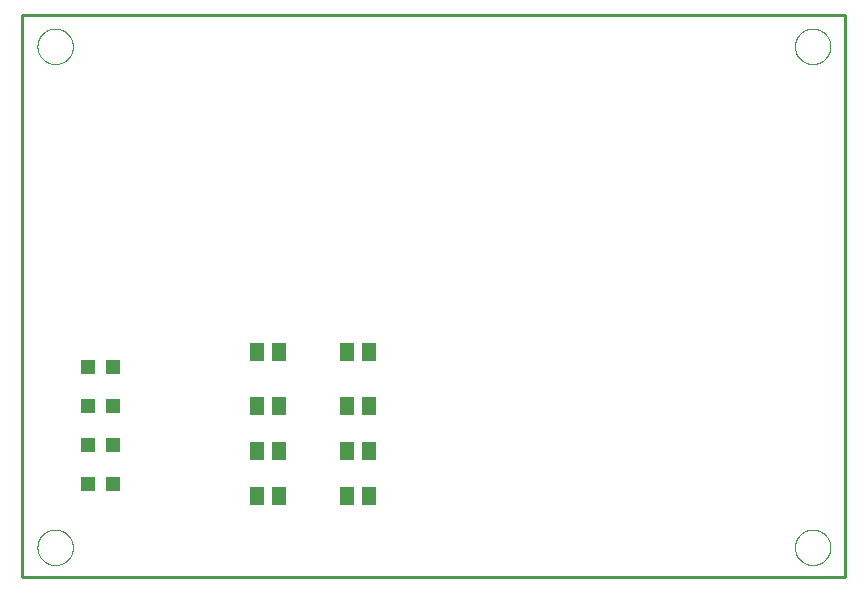
<source format=gtp>
G75*
%MOIN*%
%OFA0B0*%
%FSLAX25Y25*%
%IPPOS*%
%LPD*%
%AMOC8*
5,1,8,0,0,1.08239X$1,22.5*
%
%ADD10C,0.01000*%
%ADD11C,0.00000*%
%ADD12R,0.05118X0.05906*%
%ADD13R,0.04724X0.04724*%
D10*
X0039800Y0028800D02*
X0039800Y0216261D01*
X0314001Y0216261D01*
X0314001Y0028800D01*
X0039800Y0028800D01*
D11*
X0044894Y0038800D02*
X0044896Y0038953D01*
X0044902Y0039107D01*
X0044912Y0039260D01*
X0044926Y0039412D01*
X0044944Y0039565D01*
X0044966Y0039716D01*
X0044991Y0039867D01*
X0045021Y0040018D01*
X0045055Y0040168D01*
X0045092Y0040316D01*
X0045133Y0040464D01*
X0045178Y0040610D01*
X0045227Y0040756D01*
X0045280Y0040900D01*
X0045336Y0041042D01*
X0045396Y0041183D01*
X0045460Y0041323D01*
X0045527Y0041461D01*
X0045598Y0041597D01*
X0045673Y0041731D01*
X0045750Y0041863D01*
X0045832Y0041993D01*
X0045916Y0042121D01*
X0046004Y0042247D01*
X0046095Y0042370D01*
X0046189Y0042491D01*
X0046287Y0042609D01*
X0046387Y0042725D01*
X0046491Y0042838D01*
X0046597Y0042949D01*
X0046706Y0043057D01*
X0046818Y0043162D01*
X0046932Y0043263D01*
X0047050Y0043362D01*
X0047169Y0043458D01*
X0047291Y0043551D01*
X0047416Y0043640D01*
X0047543Y0043727D01*
X0047672Y0043809D01*
X0047803Y0043889D01*
X0047936Y0043965D01*
X0048071Y0044038D01*
X0048208Y0044107D01*
X0048347Y0044172D01*
X0048487Y0044234D01*
X0048629Y0044292D01*
X0048772Y0044347D01*
X0048917Y0044398D01*
X0049063Y0044445D01*
X0049210Y0044488D01*
X0049358Y0044527D01*
X0049507Y0044563D01*
X0049657Y0044594D01*
X0049808Y0044622D01*
X0049959Y0044646D01*
X0050112Y0044666D01*
X0050264Y0044682D01*
X0050417Y0044694D01*
X0050570Y0044702D01*
X0050723Y0044706D01*
X0050877Y0044706D01*
X0051030Y0044702D01*
X0051183Y0044694D01*
X0051336Y0044682D01*
X0051488Y0044666D01*
X0051641Y0044646D01*
X0051792Y0044622D01*
X0051943Y0044594D01*
X0052093Y0044563D01*
X0052242Y0044527D01*
X0052390Y0044488D01*
X0052537Y0044445D01*
X0052683Y0044398D01*
X0052828Y0044347D01*
X0052971Y0044292D01*
X0053113Y0044234D01*
X0053253Y0044172D01*
X0053392Y0044107D01*
X0053529Y0044038D01*
X0053664Y0043965D01*
X0053797Y0043889D01*
X0053928Y0043809D01*
X0054057Y0043727D01*
X0054184Y0043640D01*
X0054309Y0043551D01*
X0054431Y0043458D01*
X0054550Y0043362D01*
X0054668Y0043263D01*
X0054782Y0043162D01*
X0054894Y0043057D01*
X0055003Y0042949D01*
X0055109Y0042838D01*
X0055213Y0042725D01*
X0055313Y0042609D01*
X0055411Y0042491D01*
X0055505Y0042370D01*
X0055596Y0042247D01*
X0055684Y0042121D01*
X0055768Y0041993D01*
X0055850Y0041863D01*
X0055927Y0041731D01*
X0056002Y0041597D01*
X0056073Y0041461D01*
X0056140Y0041323D01*
X0056204Y0041183D01*
X0056264Y0041042D01*
X0056320Y0040900D01*
X0056373Y0040756D01*
X0056422Y0040610D01*
X0056467Y0040464D01*
X0056508Y0040316D01*
X0056545Y0040168D01*
X0056579Y0040018D01*
X0056609Y0039867D01*
X0056634Y0039716D01*
X0056656Y0039565D01*
X0056674Y0039412D01*
X0056688Y0039260D01*
X0056698Y0039107D01*
X0056704Y0038953D01*
X0056706Y0038800D01*
X0056704Y0038647D01*
X0056698Y0038493D01*
X0056688Y0038340D01*
X0056674Y0038188D01*
X0056656Y0038035D01*
X0056634Y0037884D01*
X0056609Y0037733D01*
X0056579Y0037582D01*
X0056545Y0037432D01*
X0056508Y0037284D01*
X0056467Y0037136D01*
X0056422Y0036990D01*
X0056373Y0036844D01*
X0056320Y0036700D01*
X0056264Y0036558D01*
X0056204Y0036417D01*
X0056140Y0036277D01*
X0056073Y0036139D01*
X0056002Y0036003D01*
X0055927Y0035869D01*
X0055850Y0035737D01*
X0055768Y0035607D01*
X0055684Y0035479D01*
X0055596Y0035353D01*
X0055505Y0035230D01*
X0055411Y0035109D01*
X0055313Y0034991D01*
X0055213Y0034875D01*
X0055109Y0034762D01*
X0055003Y0034651D01*
X0054894Y0034543D01*
X0054782Y0034438D01*
X0054668Y0034337D01*
X0054550Y0034238D01*
X0054431Y0034142D01*
X0054309Y0034049D01*
X0054184Y0033960D01*
X0054057Y0033873D01*
X0053928Y0033791D01*
X0053797Y0033711D01*
X0053664Y0033635D01*
X0053529Y0033562D01*
X0053392Y0033493D01*
X0053253Y0033428D01*
X0053113Y0033366D01*
X0052971Y0033308D01*
X0052828Y0033253D01*
X0052683Y0033202D01*
X0052537Y0033155D01*
X0052390Y0033112D01*
X0052242Y0033073D01*
X0052093Y0033037D01*
X0051943Y0033006D01*
X0051792Y0032978D01*
X0051641Y0032954D01*
X0051488Y0032934D01*
X0051336Y0032918D01*
X0051183Y0032906D01*
X0051030Y0032898D01*
X0050877Y0032894D01*
X0050723Y0032894D01*
X0050570Y0032898D01*
X0050417Y0032906D01*
X0050264Y0032918D01*
X0050112Y0032934D01*
X0049959Y0032954D01*
X0049808Y0032978D01*
X0049657Y0033006D01*
X0049507Y0033037D01*
X0049358Y0033073D01*
X0049210Y0033112D01*
X0049063Y0033155D01*
X0048917Y0033202D01*
X0048772Y0033253D01*
X0048629Y0033308D01*
X0048487Y0033366D01*
X0048347Y0033428D01*
X0048208Y0033493D01*
X0048071Y0033562D01*
X0047936Y0033635D01*
X0047803Y0033711D01*
X0047672Y0033791D01*
X0047543Y0033873D01*
X0047416Y0033960D01*
X0047291Y0034049D01*
X0047169Y0034142D01*
X0047050Y0034238D01*
X0046932Y0034337D01*
X0046818Y0034438D01*
X0046706Y0034543D01*
X0046597Y0034651D01*
X0046491Y0034762D01*
X0046387Y0034875D01*
X0046287Y0034991D01*
X0046189Y0035109D01*
X0046095Y0035230D01*
X0046004Y0035353D01*
X0045916Y0035479D01*
X0045832Y0035607D01*
X0045750Y0035737D01*
X0045673Y0035869D01*
X0045598Y0036003D01*
X0045527Y0036139D01*
X0045460Y0036277D01*
X0045396Y0036417D01*
X0045336Y0036558D01*
X0045280Y0036700D01*
X0045227Y0036844D01*
X0045178Y0036990D01*
X0045133Y0037136D01*
X0045092Y0037284D01*
X0045055Y0037432D01*
X0045021Y0037582D01*
X0044991Y0037733D01*
X0044966Y0037884D01*
X0044944Y0038035D01*
X0044926Y0038188D01*
X0044912Y0038340D01*
X0044902Y0038493D01*
X0044896Y0038647D01*
X0044894Y0038800D01*
X0297394Y0038800D02*
X0297396Y0038953D01*
X0297402Y0039107D01*
X0297412Y0039260D01*
X0297426Y0039412D01*
X0297444Y0039565D01*
X0297466Y0039716D01*
X0297491Y0039867D01*
X0297521Y0040018D01*
X0297555Y0040168D01*
X0297592Y0040316D01*
X0297633Y0040464D01*
X0297678Y0040610D01*
X0297727Y0040756D01*
X0297780Y0040900D01*
X0297836Y0041042D01*
X0297896Y0041183D01*
X0297960Y0041323D01*
X0298027Y0041461D01*
X0298098Y0041597D01*
X0298173Y0041731D01*
X0298250Y0041863D01*
X0298332Y0041993D01*
X0298416Y0042121D01*
X0298504Y0042247D01*
X0298595Y0042370D01*
X0298689Y0042491D01*
X0298787Y0042609D01*
X0298887Y0042725D01*
X0298991Y0042838D01*
X0299097Y0042949D01*
X0299206Y0043057D01*
X0299318Y0043162D01*
X0299432Y0043263D01*
X0299550Y0043362D01*
X0299669Y0043458D01*
X0299791Y0043551D01*
X0299916Y0043640D01*
X0300043Y0043727D01*
X0300172Y0043809D01*
X0300303Y0043889D01*
X0300436Y0043965D01*
X0300571Y0044038D01*
X0300708Y0044107D01*
X0300847Y0044172D01*
X0300987Y0044234D01*
X0301129Y0044292D01*
X0301272Y0044347D01*
X0301417Y0044398D01*
X0301563Y0044445D01*
X0301710Y0044488D01*
X0301858Y0044527D01*
X0302007Y0044563D01*
X0302157Y0044594D01*
X0302308Y0044622D01*
X0302459Y0044646D01*
X0302612Y0044666D01*
X0302764Y0044682D01*
X0302917Y0044694D01*
X0303070Y0044702D01*
X0303223Y0044706D01*
X0303377Y0044706D01*
X0303530Y0044702D01*
X0303683Y0044694D01*
X0303836Y0044682D01*
X0303988Y0044666D01*
X0304141Y0044646D01*
X0304292Y0044622D01*
X0304443Y0044594D01*
X0304593Y0044563D01*
X0304742Y0044527D01*
X0304890Y0044488D01*
X0305037Y0044445D01*
X0305183Y0044398D01*
X0305328Y0044347D01*
X0305471Y0044292D01*
X0305613Y0044234D01*
X0305753Y0044172D01*
X0305892Y0044107D01*
X0306029Y0044038D01*
X0306164Y0043965D01*
X0306297Y0043889D01*
X0306428Y0043809D01*
X0306557Y0043727D01*
X0306684Y0043640D01*
X0306809Y0043551D01*
X0306931Y0043458D01*
X0307050Y0043362D01*
X0307168Y0043263D01*
X0307282Y0043162D01*
X0307394Y0043057D01*
X0307503Y0042949D01*
X0307609Y0042838D01*
X0307713Y0042725D01*
X0307813Y0042609D01*
X0307911Y0042491D01*
X0308005Y0042370D01*
X0308096Y0042247D01*
X0308184Y0042121D01*
X0308268Y0041993D01*
X0308350Y0041863D01*
X0308427Y0041731D01*
X0308502Y0041597D01*
X0308573Y0041461D01*
X0308640Y0041323D01*
X0308704Y0041183D01*
X0308764Y0041042D01*
X0308820Y0040900D01*
X0308873Y0040756D01*
X0308922Y0040610D01*
X0308967Y0040464D01*
X0309008Y0040316D01*
X0309045Y0040168D01*
X0309079Y0040018D01*
X0309109Y0039867D01*
X0309134Y0039716D01*
X0309156Y0039565D01*
X0309174Y0039412D01*
X0309188Y0039260D01*
X0309198Y0039107D01*
X0309204Y0038953D01*
X0309206Y0038800D01*
X0309204Y0038647D01*
X0309198Y0038493D01*
X0309188Y0038340D01*
X0309174Y0038188D01*
X0309156Y0038035D01*
X0309134Y0037884D01*
X0309109Y0037733D01*
X0309079Y0037582D01*
X0309045Y0037432D01*
X0309008Y0037284D01*
X0308967Y0037136D01*
X0308922Y0036990D01*
X0308873Y0036844D01*
X0308820Y0036700D01*
X0308764Y0036558D01*
X0308704Y0036417D01*
X0308640Y0036277D01*
X0308573Y0036139D01*
X0308502Y0036003D01*
X0308427Y0035869D01*
X0308350Y0035737D01*
X0308268Y0035607D01*
X0308184Y0035479D01*
X0308096Y0035353D01*
X0308005Y0035230D01*
X0307911Y0035109D01*
X0307813Y0034991D01*
X0307713Y0034875D01*
X0307609Y0034762D01*
X0307503Y0034651D01*
X0307394Y0034543D01*
X0307282Y0034438D01*
X0307168Y0034337D01*
X0307050Y0034238D01*
X0306931Y0034142D01*
X0306809Y0034049D01*
X0306684Y0033960D01*
X0306557Y0033873D01*
X0306428Y0033791D01*
X0306297Y0033711D01*
X0306164Y0033635D01*
X0306029Y0033562D01*
X0305892Y0033493D01*
X0305753Y0033428D01*
X0305613Y0033366D01*
X0305471Y0033308D01*
X0305328Y0033253D01*
X0305183Y0033202D01*
X0305037Y0033155D01*
X0304890Y0033112D01*
X0304742Y0033073D01*
X0304593Y0033037D01*
X0304443Y0033006D01*
X0304292Y0032978D01*
X0304141Y0032954D01*
X0303988Y0032934D01*
X0303836Y0032918D01*
X0303683Y0032906D01*
X0303530Y0032898D01*
X0303377Y0032894D01*
X0303223Y0032894D01*
X0303070Y0032898D01*
X0302917Y0032906D01*
X0302764Y0032918D01*
X0302612Y0032934D01*
X0302459Y0032954D01*
X0302308Y0032978D01*
X0302157Y0033006D01*
X0302007Y0033037D01*
X0301858Y0033073D01*
X0301710Y0033112D01*
X0301563Y0033155D01*
X0301417Y0033202D01*
X0301272Y0033253D01*
X0301129Y0033308D01*
X0300987Y0033366D01*
X0300847Y0033428D01*
X0300708Y0033493D01*
X0300571Y0033562D01*
X0300436Y0033635D01*
X0300303Y0033711D01*
X0300172Y0033791D01*
X0300043Y0033873D01*
X0299916Y0033960D01*
X0299791Y0034049D01*
X0299669Y0034142D01*
X0299550Y0034238D01*
X0299432Y0034337D01*
X0299318Y0034438D01*
X0299206Y0034543D01*
X0299097Y0034651D01*
X0298991Y0034762D01*
X0298887Y0034875D01*
X0298787Y0034991D01*
X0298689Y0035109D01*
X0298595Y0035230D01*
X0298504Y0035353D01*
X0298416Y0035479D01*
X0298332Y0035607D01*
X0298250Y0035737D01*
X0298173Y0035869D01*
X0298098Y0036003D01*
X0298027Y0036139D01*
X0297960Y0036277D01*
X0297896Y0036417D01*
X0297836Y0036558D01*
X0297780Y0036700D01*
X0297727Y0036844D01*
X0297678Y0036990D01*
X0297633Y0037136D01*
X0297592Y0037284D01*
X0297555Y0037432D01*
X0297521Y0037582D01*
X0297491Y0037733D01*
X0297466Y0037884D01*
X0297444Y0038035D01*
X0297426Y0038188D01*
X0297412Y0038340D01*
X0297402Y0038493D01*
X0297396Y0038647D01*
X0297394Y0038800D01*
X0297394Y0205800D02*
X0297396Y0205953D01*
X0297402Y0206107D01*
X0297412Y0206260D01*
X0297426Y0206412D01*
X0297444Y0206565D01*
X0297466Y0206716D01*
X0297491Y0206867D01*
X0297521Y0207018D01*
X0297555Y0207168D01*
X0297592Y0207316D01*
X0297633Y0207464D01*
X0297678Y0207610D01*
X0297727Y0207756D01*
X0297780Y0207900D01*
X0297836Y0208042D01*
X0297896Y0208183D01*
X0297960Y0208323D01*
X0298027Y0208461D01*
X0298098Y0208597D01*
X0298173Y0208731D01*
X0298250Y0208863D01*
X0298332Y0208993D01*
X0298416Y0209121D01*
X0298504Y0209247D01*
X0298595Y0209370D01*
X0298689Y0209491D01*
X0298787Y0209609D01*
X0298887Y0209725D01*
X0298991Y0209838D01*
X0299097Y0209949D01*
X0299206Y0210057D01*
X0299318Y0210162D01*
X0299432Y0210263D01*
X0299550Y0210362D01*
X0299669Y0210458D01*
X0299791Y0210551D01*
X0299916Y0210640D01*
X0300043Y0210727D01*
X0300172Y0210809D01*
X0300303Y0210889D01*
X0300436Y0210965D01*
X0300571Y0211038D01*
X0300708Y0211107D01*
X0300847Y0211172D01*
X0300987Y0211234D01*
X0301129Y0211292D01*
X0301272Y0211347D01*
X0301417Y0211398D01*
X0301563Y0211445D01*
X0301710Y0211488D01*
X0301858Y0211527D01*
X0302007Y0211563D01*
X0302157Y0211594D01*
X0302308Y0211622D01*
X0302459Y0211646D01*
X0302612Y0211666D01*
X0302764Y0211682D01*
X0302917Y0211694D01*
X0303070Y0211702D01*
X0303223Y0211706D01*
X0303377Y0211706D01*
X0303530Y0211702D01*
X0303683Y0211694D01*
X0303836Y0211682D01*
X0303988Y0211666D01*
X0304141Y0211646D01*
X0304292Y0211622D01*
X0304443Y0211594D01*
X0304593Y0211563D01*
X0304742Y0211527D01*
X0304890Y0211488D01*
X0305037Y0211445D01*
X0305183Y0211398D01*
X0305328Y0211347D01*
X0305471Y0211292D01*
X0305613Y0211234D01*
X0305753Y0211172D01*
X0305892Y0211107D01*
X0306029Y0211038D01*
X0306164Y0210965D01*
X0306297Y0210889D01*
X0306428Y0210809D01*
X0306557Y0210727D01*
X0306684Y0210640D01*
X0306809Y0210551D01*
X0306931Y0210458D01*
X0307050Y0210362D01*
X0307168Y0210263D01*
X0307282Y0210162D01*
X0307394Y0210057D01*
X0307503Y0209949D01*
X0307609Y0209838D01*
X0307713Y0209725D01*
X0307813Y0209609D01*
X0307911Y0209491D01*
X0308005Y0209370D01*
X0308096Y0209247D01*
X0308184Y0209121D01*
X0308268Y0208993D01*
X0308350Y0208863D01*
X0308427Y0208731D01*
X0308502Y0208597D01*
X0308573Y0208461D01*
X0308640Y0208323D01*
X0308704Y0208183D01*
X0308764Y0208042D01*
X0308820Y0207900D01*
X0308873Y0207756D01*
X0308922Y0207610D01*
X0308967Y0207464D01*
X0309008Y0207316D01*
X0309045Y0207168D01*
X0309079Y0207018D01*
X0309109Y0206867D01*
X0309134Y0206716D01*
X0309156Y0206565D01*
X0309174Y0206412D01*
X0309188Y0206260D01*
X0309198Y0206107D01*
X0309204Y0205953D01*
X0309206Y0205800D01*
X0309204Y0205647D01*
X0309198Y0205493D01*
X0309188Y0205340D01*
X0309174Y0205188D01*
X0309156Y0205035D01*
X0309134Y0204884D01*
X0309109Y0204733D01*
X0309079Y0204582D01*
X0309045Y0204432D01*
X0309008Y0204284D01*
X0308967Y0204136D01*
X0308922Y0203990D01*
X0308873Y0203844D01*
X0308820Y0203700D01*
X0308764Y0203558D01*
X0308704Y0203417D01*
X0308640Y0203277D01*
X0308573Y0203139D01*
X0308502Y0203003D01*
X0308427Y0202869D01*
X0308350Y0202737D01*
X0308268Y0202607D01*
X0308184Y0202479D01*
X0308096Y0202353D01*
X0308005Y0202230D01*
X0307911Y0202109D01*
X0307813Y0201991D01*
X0307713Y0201875D01*
X0307609Y0201762D01*
X0307503Y0201651D01*
X0307394Y0201543D01*
X0307282Y0201438D01*
X0307168Y0201337D01*
X0307050Y0201238D01*
X0306931Y0201142D01*
X0306809Y0201049D01*
X0306684Y0200960D01*
X0306557Y0200873D01*
X0306428Y0200791D01*
X0306297Y0200711D01*
X0306164Y0200635D01*
X0306029Y0200562D01*
X0305892Y0200493D01*
X0305753Y0200428D01*
X0305613Y0200366D01*
X0305471Y0200308D01*
X0305328Y0200253D01*
X0305183Y0200202D01*
X0305037Y0200155D01*
X0304890Y0200112D01*
X0304742Y0200073D01*
X0304593Y0200037D01*
X0304443Y0200006D01*
X0304292Y0199978D01*
X0304141Y0199954D01*
X0303988Y0199934D01*
X0303836Y0199918D01*
X0303683Y0199906D01*
X0303530Y0199898D01*
X0303377Y0199894D01*
X0303223Y0199894D01*
X0303070Y0199898D01*
X0302917Y0199906D01*
X0302764Y0199918D01*
X0302612Y0199934D01*
X0302459Y0199954D01*
X0302308Y0199978D01*
X0302157Y0200006D01*
X0302007Y0200037D01*
X0301858Y0200073D01*
X0301710Y0200112D01*
X0301563Y0200155D01*
X0301417Y0200202D01*
X0301272Y0200253D01*
X0301129Y0200308D01*
X0300987Y0200366D01*
X0300847Y0200428D01*
X0300708Y0200493D01*
X0300571Y0200562D01*
X0300436Y0200635D01*
X0300303Y0200711D01*
X0300172Y0200791D01*
X0300043Y0200873D01*
X0299916Y0200960D01*
X0299791Y0201049D01*
X0299669Y0201142D01*
X0299550Y0201238D01*
X0299432Y0201337D01*
X0299318Y0201438D01*
X0299206Y0201543D01*
X0299097Y0201651D01*
X0298991Y0201762D01*
X0298887Y0201875D01*
X0298787Y0201991D01*
X0298689Y0202109D01*
X0298595Y0202230D01*
X0298504Y0202353D01*
X0298416Y0202479D01*
X0298332Y0202607D01*
X0298250Y0202737D01*
X0298173Y0202869D01*
X0298098Y0203003D01*
X0298027Y0203139D01*
X0297960Y0203277D01*
X0297896Y0203417D01*
X0297836Y0203558D01*
X0297780Y0203700D01*
X0297727Y0203844D01*
X0297678Y0203990D01*
X0297633Y0204136D01*
X0297592Y0204284D01*
X0297555Y0204432D01*
X0297521Y0204582D01*
X0297491Y0204733D01*
X0297466Y0204884D01*
X0297444Y0205035D01*
X0297426Y0205188D01*
X0297412Y0205340D01*
X0297402Y0205493D01*
X0297396Y0205647D01*
X0297394Y0205800D01*
X0044894Y0205800D02*
X0044896Y0205953D01*
X0044902Y0206107D01*
X0044912Y0206260D01*
X0044926Y0206412D01*
X0044944Y0206565D01*
X0044966Y0206716D01*
X0044991Y0206867D01*
X0045021Y0207018D01*
X0045055Y0207168D01*
X0045092Y0207316D01*
X0045133Y0207464D01*
X0045178Y0207610D01*
X0045227Y0207756D01*
X0045280Y0207900D01*
X0045336Y0208042D01*
X0045396Y0208183D01*
X0045460Y0208323D01*
X0045527Y0208461D01*
X0045598Y0208597D01*
X0045673Y0208731D01*
X0045750Y0208863D01*
X0045832Y0208993D01*
X0045916Y0209121D01*
X0046004Y0209247D01*
X0046095Y0209370D01*
X0046189Y0209491D01*
X0046287Y0209609D01*
X0046387Y0209725D01*
X0046491Y0209838D01*
X0046597Y0209949D01*
X0046706Y0210057D01*
X0046818Y0210162D01*
X0046932Y0210263D01*
X0047050Y0210362D01*
X0047169Y0210458D01*
X0047291Y0210551D01*
X0047416Y0210640D01*
X0047543Y0210727D01*
X0047672Y0210809D01*
X0047803Y0210889D01*
X0047936Y0210965D01*
X0048071Y0211038D01*
X0048208Y0211107D01*
X0048347Y0211172D01*
X0048487Y0211234D01*
X0048629Y0211292D01*
X0048772Y0211347D01*
X0048917Y0211398D01*
X0049063Y0211445D01*
X0049210Y0211488D01*
X0049358Y0211527D01*
X0049507Y0211563D01*
X0049657Y0211594D01*
X0049808Y0211622D01*
X0049959Y0211646D01*
X0050112Y0211666D01*
X0050264Y0211682D01*
X0050417Y0211694D01*
X0050570Y0211702D01*
X0050723Y0211706D01*
X0050877Y0211706D01*
X0051030Y0211702D01*
X0051183Y0211694D01*
X0051336Y0211682D01*
X0051488Y0211666D01*
X0051641Y0211646D01*
X0051792Y0211622D01*
X0051943Y0211594D01*
X0052093Y0211563D01*
X0052242Y0211527D01*
X0052390Y0211488D01*
X0052537Y0211445D01*
X0052683Y0211398D01*
X0052828Y0211347D01*
X0052971Y0211292D01*
X0053113Y0211234D01*
X0053253Y0211172D01*
X0053392Y0211107D01*
X0053529Y0211038D01*
X0053664Y0210965D01*
X0053797Y0210889D01*
X0053928Y0210809D01*
X0054057Y0210727D01*
X0054184Y0210640D01*
X0054309Y0210551D01*
X0054431Y0210458D01*
X0054550Y0210362D01*
X0054668Y0210263D01*
X0054782Y0210162D01*
X0054894Y0210057D01*
X0055003Y0209949D01*
X0055109Y0209838D01*
X0055213Y0209725D01*
X0055313Y0209609D01*
X0055411Y0209491D01*
X0055505Y0209370D01*
X0055596Y0209247D01*
X0055684Y0209121D01*
X0055768Y0208993D01*
X0055850Y0208863D01*
X0055927Y0208731D01*
X0056002Y0208597D01*
X0056073Y0208461D01*
X0056140Y0208323D01*
X0056204Y0208183D01*
X0056264Y0208042D01*
X0056320Y0207900D01*
X0056373Y0207756D01*
X0056422Y0207610D01*
X0056467Y0207464D01*
X0056508Y0207316D01*
X0056545Y0207168D01*
X0056579Y0207018D01*
X0056609Y0206867D01*
X0056634Y0206716D01*
X0056656Y0206565D01*
X0056674Y0206412D01*
X0056688Y0206260D01*
X0056698Y0206107D01*
X0056704Y0205953D01*
X0056706Y0205800D01*
X0056704Y0205647D01*
X0056698Y0205493D01*
X0056688Y0205340D01*
X0056674Y0205188D01*
X0056656Y0205035D01*
X0056634Y0204884D01*
X0056609Y0204733D01*
X0056579Y0204582D01*
X0056545Y0204432D01*
X0056508Y0204284D01*
X0056467Y0204136D01*
X0056422Y0203990D01*
X0056373Y0203844D01*
X0056320Y0203700D01*
X0056264Y0203558D01*
X0056204Y0203417D01*
X0056140Y0203277D01*
X0056073Y0203139D01*
X0056002Y0203003D01*
X0055927Y0202869D01*
X0055850Y0202737D01*
X0055768Y0202607D01*
X0055684Y0202479D01*
X0055596Y0202353D01*
X0055505Y0202230D01*
X0055411Y0202109D01*
X0055313Y0201991D01*
X0055213Y0201875D01*
X0055109Y0201762D01*
X0055003Y0201651D01*
X0054894Y0201543D01*
X0054782Y0201438D01*
X0054668Y0201337D01*
X0054550Y0201238D01*
X0054431Y0201142D01*
X0054309Y0201049D01*
X0054184Y0200960D01*
X0054057Y0200873D01*
X0053928Y0200791D01*
X0053797Y0200711D01*
X0053664Y0200635D01*
X0053529Y0200562D01*
X0053392Y0200493D01*
X0053253Y0200428D01*
X0053113Y0200366D01*
X0052971Y0200308D01*
X0052828Y0200253D01*
X0052683Y0200202D01*
X0052537Y0200155D01*
X0052390Y0200112D01*
X0052242Y0200073D01*
X0052093Y0200037D01*
X0051943Y0200006D01*
X0051792Y0199978D01*
X0051641Y0199954D01*
X0051488Y0199934D01*
X0051336Y0199918D01*
X0051183Y0199906D01*
X0051030Y0199898D01*
X0050877Y0199894D01*
X0050723Y0199894D01*
X0050570Y0199898D01*
X0050417Y0199906D01*
X0050264Y0199918D01*
X0050112Y0199934D01*
X0049959Y0199954D01*
X0049808Y0199978D01*
X0049657Y0200006D01*
X0049507Y0200037D01*
X0049358Y0200073D01*
X0049210Y0200112D01*
X0049063Y0200155D01*
X0048917Y0200202D01*
X0048772Y0200253D01*
X0048629Y0200308D01*
X0048487Y0200366D01*
X0048347Y0200428D01*
X0048208Y0200493D01*
X0048071Y0200562D01*
X0047936Y0200635D01*
X0047803Y0200711D01*
X0047672Y0200791D01*
X0047543Y0200873D01*
X0047416Y0200960D01*
X0047291Y0201049D01*
X0047169Y0201142D01*
X0047050Y0201238D01*
X0046932Y0201337D01*
X0046818Y0201438D01*
X0046706Y0201543D01*
X0046597Y0201651D01*
X0046491Y0201762D01*
X0046387Y0201875D01*
X0046287Y0201991D01*
X0046189Y0202109D01*
X0046095Y0202230D01*
X0046004Y0202353D01*
X0045916Y0202479D01*
X0045832Y0202607D01*
X0045750Y0202737D01*
X0045673Y0202869D01*
X0045598Y0203003D01*
X0045527Y0203139D01*
X0045460Y0203277D01*
X0045396Y0203417D01*
X0045336Y0203558D01*
X0045280Y0203700D01*
X0045227Y0203844D01*
X0045178Y0203990D01*
X0045133Y0204136D01*
X0045092Y0204284D01*
X0045055Y0204432D01*
X0045021Y0204582D01*
X0044991Y0204733D01*
X0044966Y0204884D01*
X0044944Y0205035D01*
X0044926Y0205188D01*
X0044912Y0205340D01*
X0044902Y0205493D01*
X0044896Y0205647D01*
X0044894Y0205800D01*
D12*
X0118060Y0103800D03*
X0125540Y0103800D03*
X0148060Y0103800D03*
X0155540Y0103800D03*
X0155540Y0085800D03*
X0148060Y0085800D03*
X0148060Y0070800D03*
X0155540Y0070800D03*
X0155540Y0055800D03*
X0148060Y0055800D03*
X0125540Y0055800D03*
X0118060Y0055800D03*
X0118060Y0070800D03*
X0125540Y0070800D03*
X0125540Y0085800D03*
X0118060Y0085800D03*
D13*
X0069934Y0085800D03*
X0061666Y0085800D03*
X0061666Y0072800D03*
X0069934Y0072800D03*
X0069934Y0059800D03*
X0061666Y0059800D03*
X0061666Y0098800D03*
X0069934Y0098800D03*
M02*

</source>
